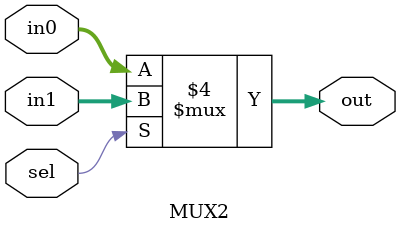
<source format=v>
module MUX2(input[1:0] in0, input[1:0] in1, input sel, output reg[1:0] out);
	always@(in0 or in1 or sel) begin
		if (sel == 0) begin
			out = in0;
		end
		else begin 
			out = in1;
		end
	end
endmodule
</source>
